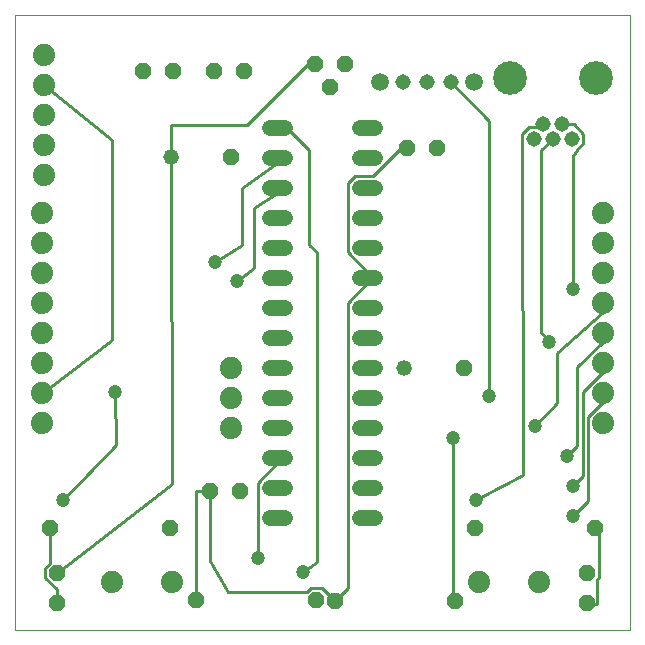
<source format=gtl>
G75*
%MOIN*%
%OFA0B0*%
%FSLAX25Y25*%
%IPPOS*%
%LPD*%
%AMOC8*
5,1,8,0,0,1.08239X$1,22.5*
%
%ADD10C,0.00000*%
%ADD11OC8,0.05200*%
%ADD12C,0.05200*%
%ADD13C,0.07400*%
%ADD14C,0.05150*%
%ADD15C,0.11220*%
%ADD16C,0.05200*%
%ADD17C,0.05937*%
%ADD18C,0.01000*%
%ADD19C,0.04724*%
D10*
X0001800Y0001800D02*
X0001800Y0206524D01*
X0206524Y0206524D01*
X0206524Y0001800D01*
X0001800Y0001800D01*
D11*
X0015737Y0010737D03*
X0015737Y0020737D03*
X0013312Y0035737D03*
X0053312Y0035737D03*
X0066839Y0048178D03*
X0076839Y0048178D03*
X0062028Y0011682D03*
X0102028Y0011682D03*
X0108328Y0011383D03*
X0148328Y0011383D03*
X0154847Y0035737D03*
X0192288Y0020737D03*
X0192288Y0010737D03*
X0194847Y0035737D03*
X0151209Y0089083D03*
X0142391Y0162351D03*
X0132391Y0162351D03*
X0106831Y0182796D03*
X0101831Y0190296D03*
X0111831Y0190296D03*
X0078146Y0187910D03*
X0068146Y0187910D03*
X0054391Y0187910D03*
X0044391Y0187910D03*
X0073611Y0159280D03*
D12*
X0053611Y0159280D03*
X0131209Y0089083D03*
D13*
X0073650Y0089123D03*
X0073650Y0079123D03*
X0073650Y0069123D03*
X0054091Y0017737D03*
X0034091Y0017737D03*
X0010737Y0070737D03*
X0010737Y0080737D03*
X0010737Y0090737D03*
X0010737Y0100737D03*
X0010737Y0110737D03*
X0010737Y0120737D03*
X0010737Y0130737D03*
X0010737Y0140737D03*
X0011194Y0153493D03*
X0011194Y0163493D03*
X0011194Y0173493D03*
X0011194Y0183493D03*
X0011194Y0193493D03*
X0156343Y0017737D03*
X0176343Y0017737D03*
X0197737Y0070737D03*
X0197737Y0080737D03*
X0197737Y0090737D03*
X0197737Y0100737D03*
X0197737Y0110737D03*
X0197737Y0120737D03*
X0197737Y0130737D03*
X0197737Y0140737D03*
D14*
X0187272Y0165501D03*
X0184123Y0170225D03*
X0180973Y0165501D03*
X0177824Y0170225D03*
X0174674Y0165501D03*
X0146926Y0184477D03*
X0139052Y0184477D03*
X0131178Y0184477D03*
D15*
X0166603Y0185580D03*
X0195343Y0185580D03*
D16*
X0121762Y0169162D02*
X0116562Y0169162D01*
X0116562Y0159162D02*
X0121762Y0159162D01*
X0121762Y0149162D02*
X0116562Y0149162D01*
X0116562Y0139162D02*
X0121762Y0139162D01*
X0121762Y0129162D02*
X0116562Y0129162D01*
X0116562Y0119162D02*
X0121762Y0119162D01*
X0121762Y0109162D02*
X0116562Y0109162D01*
X0116562Y0099162D02*
X0121762Y0099162D01*
X0121762Y0089162D02*
X0116562Y0089162D01*
X0116562Y0079162D02*
X0121762Y0079162D01*
X0121762Y0069162D02*
X0116562Y0069162D01*
X0116562Y0059162D02*
X0121762Y0059162D01*
X0121762Y0049162D02*
X0116562Y0049162D01*
X0116562Y0039162D02*
X0121762Y0039162D01*
X0091762Y0039162D02*
X0086562Y0039162D01*
X0086562Y0049162D02*
X0091762Y0049162D01*
X0091762Y0059162D02*
X0086562Y0059162D01*
X0086562Y0069162D02*
X0091762Y0069162D01*
X0091762Y0079162D02*
X0086562Y0079162D01*
X0086562Y0089162D02*
X0091762Y0089162D01*
X0091762Y0099162D02*
X0086562Y0099162D01*
X0086562Y0109162D02*
X0091762Y0109162D01*
X0091762Y0119162D02*
X0086562Y0119162D01*
X0086562Y0129162D02*
X0091762Y0129162D01*
X0091762Y0139162D02*
X0086562Y0139162D01*
X0086562Y0149162D02*
X0091762Y0149162D01*
X0091762Y0159162D02*
X0086562Y0159162D01*
X0086562Y0169162D02*
X0091762Y0169162D01*
D17*
X0123304Y0184477D03*
X0154800Y0184477D03*
D18*
X0146926Y0184477D02*
X0146926Y0184233D01*
X0159674Y0171485D01*
X0159737Y0079737D01*
X0147737Y0065737D02*
X0147737Y0011973D01*
X0148328Y0011383D01*
X0155343Y0045107D02*
X0156918Y0045894D01*
X0171091Y0053375D01*
X0170801Y0163894D01*
X0170799Y0163896D01*
X0170799Y0164481D01*
X0170698Y0164398D01*
X0170799Y0164481D02*
X0170799Y0167106D01*
X0173069Y0169376D01*
X0176279Y0169376D01*
X0176506Y0169148D01*
X0177824Y0170225D01*
X0180973Y0165501D02*
X0176997Y0161524D01*
X0176997Y0101013D01*
X0178556Y0099044D01*
X0179737Y0097737D01*
X0182362Y0094008D02*
X0182362Y0077480D01*
X0175013Y0069737D01*
X0185737Y0059737D02*
X0189137Y0063137D01*
X0189137Y0089208D01*
X0197737Y0097808D01*
X0197737Y0100737D01*
X0197737Y0107808D02*
X0182362Y0094008D01*
X0190937Y0081008D02*
X0190937Y0052937D01*
X0187737Y0049737D01*
X0192737Y0044737D02*
X0192737Y0072808D01*
X0197737Y0077808D01*
X0197737Y0080737D01*
X0190937Y0081008D02*
X0197737Y0087808D01*
X0197737Y0090737D01*
X0197737Y0107808D02*
X0197737Y0110737D01*
X0187737Y0113737D02*
X0187798Y0115312D01*
X0187737Y0113737D02*
X0187737Y0157336D01*
X0187627Y0159674D01*
X0188877Y0161626D01*
X0191147Y0163896D01*
X0191147Y0167106D01*
X0188020Y0170304D01*
X0187627Y0170304D01*
X0184123Y0170225D01*
X0132391Y0162351D02*
X0130467Y0162351D01*
X0121178Y0153062D01*
X0114947Y0153062D01*
X0112662Y0150778D01*
X0112662Y0127547D01*
X0119162Y0121047D01*
X0119162Y0119162D01*
X0119162Y0117278D01*
X0112662Y0110778D01*
X0112662Y0015717D01*
X0108328Y0011383D01*
X0104028Y0015682D01*
X0100371Y0015682D01*
X0098883Y0014194D01*
X0072556Y0014194D01*
X0066839Y0024635D01*
X0066839Y0048178D01*
X0062028Y0048178D01*
X0062028Y0011682D01*
X0082524Y0025737D02*
X0082662Y0025875D01*
X0082662Y0050778D01*
X0089162Y0057278D01*
X0089162Y0059162D01*
X0054044Y0050383D02*
X0015737Y0020737D01*
X0013312Y0023827D02*
X0013312Y0035737D01*
X0017769Y0045123D02*
X0035265Y0063217D01*
X0035091Y0081076D01*
X0033847Y0098508D02*
X0013099Y0082485D01*
X0010737Y0080737D01*
X0033847Y0098508D02*
X0033847Y0164934D01*
X0011351Y0183493D01*
X0011194Y0183493D01*
X0053611Y0169910D02*
X0053611Y0159280D01*
X0054044Y0050383D01*
X0015737Y0015222D02*
X0011837Y0019122D01*
X0011837Y0022352D01*
X0013312Y0023827D01*
X0015737Y0015222D02*
X0015737Y0010737D01*
X0097737Y0020918D02*
X0102299Y0024299D01*
X0102299Y0127610D01*
X0099737Y0130172D01*
X0099737Y0161737D01*
X0092312Y0169162D01*
X0089162Y0169162D01*
X0089162Y0159162D02*
X0089162Y0157278D01*
X0077319Y0148978D01*
X0077319Y0130012D01*
X0068257Y0124493D01*
X0075769Y0118099D02*
X0081481Y0122237D01*
X0081481Y0142352D01*
X0089162Y0147278D01*
X0089162Y0149162D01*
X0078965Y0169910D02*
X0053611Y0169910D01*
X0078965Y0169910D02*
X0099351Y0190296D01*
X0101831Y0190296D01*
X0192737Y0044737D02*
X0187737Y0039737D01*
X0194847Y0035737D02*
X0196188Y0034396D01*
X0196188Y0019122D01*
X0195737Y0018670D01*
X0195737Y0010237D01*
X0192288Y0010237D01*
X0192288Y0010737D01*
D19*
X0187737Y0039737D03*
X0187737Y0049737D03*
X0185737Y0059737D03*
X0175013Y0069737D03*
X0159737Y0079737D03*
X0147737Y0065737D03*
X0155343Y0045107D03*
X0179737Y0097737D03*
X0187798Y0115312D03*
X0097737Y0021018D03*
X0082524Y0025737D03*
X0035091Y0081076D03*
X0017769Y0045123D03*
X0075769Y0118099D03*
X0068257Y0124493D03*
M02*

</source>
